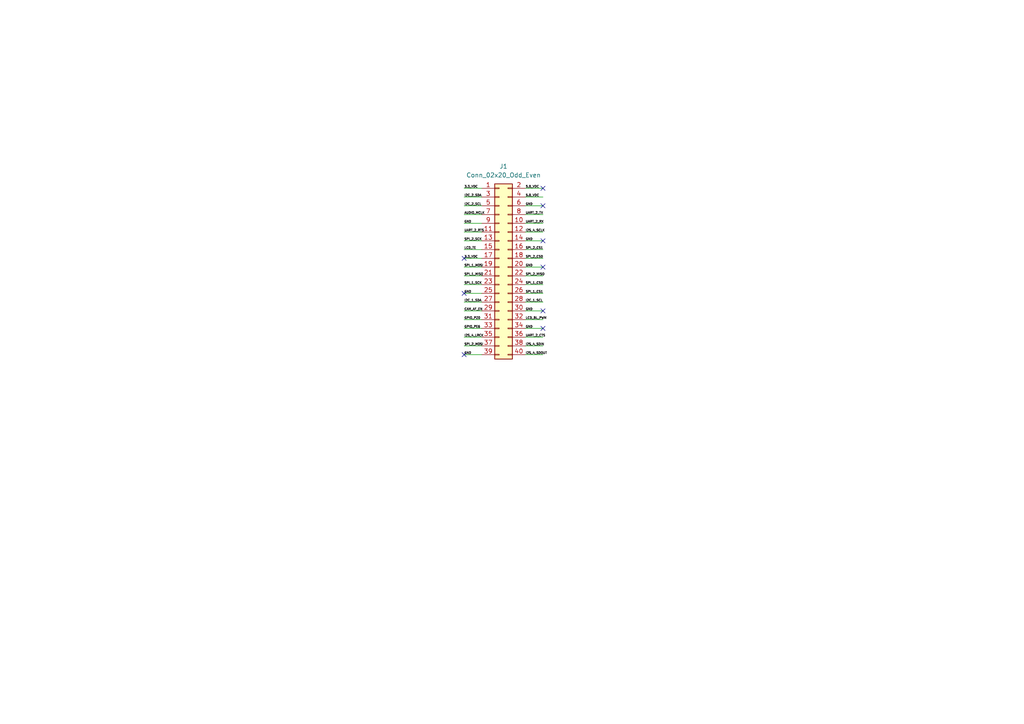
<source format=kicad_sch>
(kicad_sch (version 20231120) (generator "eeschema") (generator_version "8.0")
  (paper "A4")
  (lib_symbols
    (symbol "Connector_Generic:Conn_02x20_Odd_Even" (pin_names (offset 1.016) hide)
      (property "Reference" "J" (at 1.27 25.4 0))
      (property "Value" "Conn_02x20_Odd_Even" (at 1.27 -27.94 0))
      (symbol "Conn_02x20_Odd_Even_1_1"
        (rectangle (start -1.27 -25.273) (end 0 -25.527) (stroke (width 0.1524)))
        (rectangle (start -1.27 -22.733) (end 0 -22.987) (stroke (width 0.1524)))
        (rectangle (start -1.27 -20.193) (end 0 -20.447) (stroke (width 0.1524)))
        (rectangle (start -1.27 -17.653) (end 0 -17.907) (stroke (width 0.1524)))
        (rectangle (start -1.27 -15.113) (end 0 -15.367) (stroke (width 0.1524)))
        (rectangle (start -1.27 -12.573) (end 0 -12.827) (stroke (width 0.1524)))
        (rectangle (start -1.27 -10.033) (end 0 -10.287) (stroke (width 0.1524)))
        (rectangle (start -1.27 -7.493) (end 0 -7.747) (stroke (width 0.1524)))
        (rectangle (start -1.27 -4.953) (end 0 -5.207) (stroke (width 0.1524)))
        (rectangle (start -1.27 -2.413) (end 0 -2.667) (stroke (width 0.1524)))
        (rectangle (start -1.27 0.127) (end 0 -0.127) (stroke (width 0.1524)))
        (rectangle (start -1.27 2.667) (end 0 2.413) (stroke (width 0.1524)))
        (rectangle (start -1.27 5.207) (end 0 4.953) (stroke (width 0.1524)))
        (rectangle (start -1.27 7.747) (end 0 7.493) (stroke (width 0.1524)))
        (rectangle (start -1.27 10.287) (end 0 10.033) (stroke (width 0.1524)))
        (rectangle (start -1.27 12.827) (end 0 12.573) (stroke (width 0.1524)))
        (rectangle (start -1.27 15.367) (end 0 15.113) (stroke (width 0.1524)))
        (rectangle (start -1.27 17.907) (end 0 17.653) (stroke (width 0.1524)))
        (rectangle (start -1.27 20.447) (end 0 20.193) (stroke (width 0.1524)))
        (rectangle (start -1.27 22.987) (end 0 22.733) (stroke (width 0.1524)))
        (rectangle (start -1.27 24.13) (end 3.81 -26.67) (stroke (width 0.254)) (fill (type background)))
        (rectangle (start 3.81 -25.273) (end 2.54 -25.527) (stroke (width 0.1524)))
        (rectangle (start 3.81 -22.733) (end 2.54 -22.987) (stroke (width 0.1524)))
        (rectangle (start 3.81 -20.193) (end 2.54 -20.447) (stroke (width 0.1524)))
        (rectangle (start 3.81 -17.653) (end 2.54 -17.907) (stroke (width 0.1524)))
        (rectangle (start 3.81 -15.113) (end 2.54 -15.367) (stroke (width 0.1524)))
        (rectangle (start 3.81 -12.573) (end 2.54 -12.827) (stroke (width 0.1524)))
        (rectangle (start 3.81 -10.033) (end 2.54 -10.287) (stroke (width 0.1524)))
        (rectangle (start 3.81 -7.493) (end 2.54 -7.747) (stroke (width 0.1524)))
        (rectangle (start 3.81 -4.953) (end 2.54 -5.207) (stroke (width 0.1524)))
        (rectangle (start 3.81 -2.413) (end 2.54 -2.667) (stroke (width 0.1524)))
        (rectangle (start 3.81 0.127) (end 2.54 -0.127) (stroke (width 0.1524)))
        (rectangle (start 3.81 2.667) (end 2.54 2.413) (stroke (width 0.1524)))
        (rectangle (start 3.81 5.207) (end 2.54 4.953) (stroke (width 0.1524)))
        (rectangle (start 3.81 7.747) (end 2.54 7.493) (stroke (width 0.1524)))
        (rectangle (start 3.81 10.287) (end 2.54 10.033) (stroke (width 0.1524)))
        (rectangle (start 3.81 12.827) (end 2.54 12.573) (stroke (width 0.1524)))
        (rectangle (start 3.81 15.367) (end 2.54 15.113) (stroke (width 0.1524)))
        (rectangle (start 3.81 17.907) (end 2.54 17.653) (stroke (width 0.1524)))
        (rectangle (start 3.81 20.447) (end 2.54 20.193) (stroke (width 0.1524)))
        (rectangle (start 3.81 22.987) (end 2.54 22.733) (stroke (width 0.1524)))
        (pin passive line (at -5.08 22.86 0) (length 3.81) (name "Pin_1") (number "1"))
        (pin passive line (at 7.62 12.7 180) (length 3.81) (name "Pin_10") (number "10"))
        (pin passive line (at -5.08 10.16 0) (length 3.81) (name "Pin_11") (number "11"))
        (pin passive line (at 7.62 10.16 180) (length 3.81) (name "Pin_12") (number "12"))
        (pin passive line (at -5.08 7.62 0) (length 3.81) (name "Pin_13") (number "13"))
        (pin passive line (at 7.62 7.62 180) (length 3.81) (name "Pin_14") (number "14"))
        (pin passive line (at -5.08 5.08 0) (length 3.81) (name "Pin_15") (number "15"))
        (pin passive line (at 7.62 5.08 180) (length 3.81) (name "Pin_16") (number "16"))
        (pin passive line (at -5.08 2.54 0) (length 3.81) (name "Pin_17") (number "17"))
        (pin passive line (at 7.62 2.54 180) (length 3.81) (name "Pin_18") (number "18"))
        (pin passive line (at -5.08 0 0) (length 3.81) (name "Pin_19") (number "19"))
        (pin passive line (at 7.62 22.86 180) (length 3.81) (name "Pin_2") (number "2"))
        (pin passive line (at 7.62 0 180) (length 3.81) (name "Pin_20") (number "20"))
        (pin passive line (at -5.08 -2.54 0) (length 3.81) (name "Pin_21") (number "21"))
        (pin passive line (at 7.62 -2.54 180) (length 3.81) (name "Pin_22") (number "22"))
        (pin passive line (at -5.08 -5.08 0) (length 3.81) (name "Pin_23") (number "23"))
        (pin passive line (at 7.62 -5.08 180) (length 3.81) (name "Pin_24") (number "24"))
        (pin passive line (at -5.08 -7.62 0) (length 3.81) (name "Pin_25") (number "25"))
        (pin passive line (at 7.62 -7.62 180) (length 3.81) (name "Pin_26") (number "26"))
        (pin passive line (at -5.08 -10.16 0) (length 3.81) (name "Pin_27") (number "27"))
        (pin passive line (at 7.62 -10.16 180) (length 3.81) (name "Pin_28") (number "28"))
        (pin passive line (at -5.08 -12.7 0) (length 3.81) (name "Pin_29") (number "29"))
        (pin passive line (at -5.08 20.32 0) (length 3.81) (name "Pin_3") (number "3"))
        (pin passive line (at 7.62 -12.7 180) (length 3.81) (name "Pin_30") (number "30"))
        (pin passive line (at -5.08 -15.24 0) (length 3.81) (name "Pin_31") (number "31"))
        (pin passive line (at 7.62 -15.24 180) (length 3.81) (name "Pin_32") (number "32"))
        (pin passive line (at -5.08 -17.78 0) (length 3.81) (name "Pin_33") (number "33"))
        (pin passive line (at 7.62 -17.78 180) (length 3.81) (name "Pin_34") (number "34"))
        (pin passive line (at -5.08 -20.32 0) (length 3.81) (name "Pin_35") (number "35"))
        (pin passive line (at 7.62 -20.32 180) (length 3.81) (name "Pin_36") (number "36"))
        (pin passive line (at -5.08 -22.86 0) (length 3.81) (name "Pin_37") (number "37"))
        (pin passive line (at 7.62 -22.86 180) (length 3.81) (name "Pin_38") (number "38"))
        (pin passive line (at -5.08 -25.4 0) (length 3.81) (name "Pin_39") (number "39"))
        (pin passive line (at 7.62 20.32 180) (length 3.81) (name "Pin_4") (number "4"))
        (pin passive line (at 7.62 -25.4 180) (length 3.81) (name "Pin_40") (number "40"))
        (pin passive line (at -5.08 17.78 0) (length 3.81) (name "Pin_5") (number "5"))
        (pin passive line (at 7.62 17.78 180) (length 3.81) (name "Pin_6") (number "6"))
        (pin passive line (at -5.08 15.24 0) (length 3.81) (name "Pin_7") (number "7"))
        (pin passive line (at 7.62 15.24 180) (length 3.81) (name "Pin_8") (number "8"))
        (pin passive line (at -5.08 12.7 0) (length 3.81) (name "Pin_9") (number "9"))
      )
    )
  )
  (no_connect (at 157.48 69.85))
  (no_connect (at 157.48 77.47))
  (no_connect (at 157.48 54.61))
  (no_connect (at 157.48 59.69))
  (no_connect (at 134.62 85.09))
  (no_connect (at 134.62 74.93))
  (no_connect (at 157.48 90.17))
  (no_connect (at 134.62 102.87))
  (no_connect (at 157.48 95.25))
  (wire (pts (xy 134.62 67.31) (xy 139.7 67.31)))
  (wire (pts (xy 152.4 90.17) (xy 157.48 90.17)))
  (wire (pts (xy 134.62 82.55) (xy 139.7 82.55)))
  (wire (pts (xy 152.4 100.33) (xy 157.48 100.33)))
  (wire (pts (xy 152.4 59.69) (xy 157.48 59.69)))
  (wire (pts (xy 134.62 77.47) (xy 139.7 77.47)))
  (wire (pts (xy 134.62 72.39) (xy 139.7 72.39)))
  (wire (pts (xy 152.4 92.71) (xy 157.48 92.71)))
  (wire (pts (xy 152.4 69.85) (xy 157.48 69.85)))
  (wire (pts (xy 152.4 77.47) (xy 157.48 77.47)))
  (wire (pts (xy 152.4 95.25) (xy 157.48 95.25)))
  (wire (pts (xy 134.62 54.61) (xy 139.7 54.61)))
  (wire (pts (xy 134.62 92.71) (xy 139.7 92.71)))
  (wire (pts (xy 134.62 62.23) (xy 139.7 62.23)))
  (wire (pts (xy 152.4 97.79) (xy 157.48 97.79)))
  (wire (pts (xy 134.62 64.77) (xy 139.7 64.77)))
  (wire (pts (xy 134.62 69.85) (xy 139.7 69.85)))
  (wire (pts (xy 152.4 54.61) (xy 157.48 54.61)))
  (wire (pts (xy 134.62 59.69) (xy 139.7 59.69)))
  (wire (pts (xy 134.62 85.09) (xy 139.7 85.09)))
  (wire (pts (xy 152.4 80.01) (xy 157.48 80.01)))
  (wire (pts (xy 134.62 74.93) (xy 139.7 74.93)))
  (wire (pts (xy 152.4 57.15) (xy 157.48 57.15)))
  (wire (pts (xy 134.62 90.17) (xy 139.7 90.17)))
  (wire (pts (xy 134.62 95.25) (xy 139.7 95.25)))
  (wire (pts (xy 134.62 97.79) (xy 139.7 97.79)))
  (wire (pts (xy 152.4 72.39) (xy 157.48 72.39)))
  (wire (pts (xy 134.62 80.01) (xy 139.7 80.01)))
  (wire (pts (xy 152.4 64.77) (xy 157.48 64.77)))
  (wire (pts (xy 152.4 102.87) (xy 157.48 102.87)))
  (wire (pts (xy 152.4 62.23) (xy 157.48 62.23)))
  (wire (pts (xy 152.4 67.31) (xy 157.48 67.31)))
  (wire (pts (xy 134.62 87.63) (xy 139.7 87.63)))
  (wire (pts (xy 152.4 74.93) (xy 157.48 74.93)))
  (wire (pts (xy 152.4 87.63) (xy 157.48 87.63)))
  (wire (pts (xy 152.4 85.09) (xy 157.48 85.09)))
  (wire (pts (xy 134.62 57.15) (xy 139.7 57.15)))
  (wire (pts (xy 134.62 100.33) (xy 139.7 100.33)))
  (wire (pts (xy 134.62 102.87) (xy 139.7 102.87)))
  (wire (pts (xy 152.4 82.55) (xy 157.48 82.55)))
  (label "I2S_4_SDOUT" (at 152.4 102.87 0) (effects (font (size 0.635 0.635))))
  (label "SPI_1_CS0" (at 152.4 82.55 0) (effects (font (size 0.635 0.635))))
  (label "GND" (at 134.62 64.77 0) (effects (font (size 0.635 0.635))))
  (label "I2S_4_SCLK" (at 152.4 67.31 0) (effects (font (size 0.635 0.635))))
  (label "SPI_2_CS0" (at 152.4 74.93 0) (effects (font (size 0.635 0.635))))
  (label "I2S_4_LRCK" (at 134.62 97.79 0) (effects (font (size 0.635 0.635))))
  (label "CAM_AF_EN" (at 134.62 90.17 0) (effects (font (size 0.635 0.635))))
  (label "UART_2_RX" (at 152.4 64.77 0) (effects (font (size 0.635 0.635))))
  (label "SPI_2_MOSI" (at 134.62 100.33 0) (effects (font (size 0.635 0.635))))
  (label "SPI_1_MISO" (at 134.62 80.01 0) (effects (font (size 0.635 0.635))))
  (label "I2C_2_SCL" (at 134.62 59.69 0) (effects (font (size 0.635 0.635))))
  (label "LCD_TE" (at 134.62 72.39 0) (effects (font (size 0.635 0.635))))
  (label "GND" (at 134.62 102.87 0) (effects (font (size 0.635 0.635))))
  (label "5,0_VDC" (at 152.4 54.61 0) (effects (font (size 0.635 0.635))))
  (label "5.0_VDC" (at 152.4 57.15 0) (effects (font (size 0.635 0.635))))
  (label "UART_2_CTS" (at 152.4 97.79 0) (effects (font (size 0.635 0.635))))
  (label "3.3_VDC" (at 134.62 74.93 0) (effects (font (size 0.635 0.635))))
  (label "I2C_1_SCL" (at 152.4 87.63 0) (effects (font (size 0.635 0.635))))
  (label "GND" (at 152.4 95.25 0) (effects (font (size 0.635 0.635))))
  (label "I2C_2_SDA" (at 134.62 57.15 0) (effects (font (size 0.635 0.635))))
  (label "GND" (at 152.4 59.69 0) (effects (font (size 0.635 0.635))))
  (label "SPI_2_SCK" (at 134.62 69.85 0) (effects (font (size 0.635 0.635))))
  (label "SPI_1_MOSI" (at 134.62 77.47 0) (effects (font (size 0.635 0.635))))
  (label "AUDIO_MCLK" (at 134.62 62.23 0) (effects (font (size 0.635 0.635))))
  (label "GND" (at 152.4 90.17 0) (effects (font (size 0.635 0.635))))
  (label "UART_2_TX" (at 152.4 62.23 0) (effects (font (size 0.635 0.635))))
  (label "SPI_2_CS1" (at 152.4 72.39 0) (effects (font (size 0.635 0.635))))
  (label "I2S_4_SDIN" (at 152.4 100.33 0) (effects (font (size 0.635 0.635))))
  (label "SPI_1_SCK" (at 134.62 82.55 0) (effects (font (size 0.635 0.635))))
  (label "GPIO_PE6" (at 134.62 95.25 0) (effects (font (size 0.635 0.635))))
  (label "SPI_1_CS1" (at 152.4 85.09 0) (effects (font (size 0.635 0.635))))
  (label "SPI_2_MISO" (at 152.4 80.01 0) (effects (font (size 0.635 0.635))))
  (label "GND" (at 152.4 77.47 0) (effects (font (size 0.635 0.635))))
  (label "LCD_BL_PWM" (at 152.4 92.71 0) (effects (font (size 0.635 0.635))))
  (label "GND" (at 152.4 69.85 0) (effects (font (size 0.635 0.635))))
  (label "UART_2_RTS" (at 134.62 67.31 0) (effects (font (size 0.635 0.635))))
  (label "I2C_1_SDA" (at 134.62 87.63 0) (effects (font (size 0.635 0.635))))
  (label "GND" (at 134.62 85.09 0) (effects (font (size 0.635 0.635))))
  (label "3.3_VDC" (at 134.62 54.61 0) (effects (font (size 0.635 0.635))))
  (label "GPIO_PZ0" (at 134.62 92.71 0) (effects (font (size 0.635 0.635))))
  (symbol (lib_id "Connector_Generic:Conn_02x20_Odd_Even") (at 144.78 77.47 0) (unit 1)
    (property "Reference" "J1" (at 146.05 48.26 0))
    (property "Value" "Conn_02x20_Odd_Even" (at 146.05 50.8 0))
    (property "Description" "Generic connector, double row, 02x20, odd/even pin numbering scheme (row 1 odd numbers, row 2 even numbers), script generated (kicad-library-utils/schlib/autogen/connector/)" (effects (hide yes)))
  )
)
</source>
